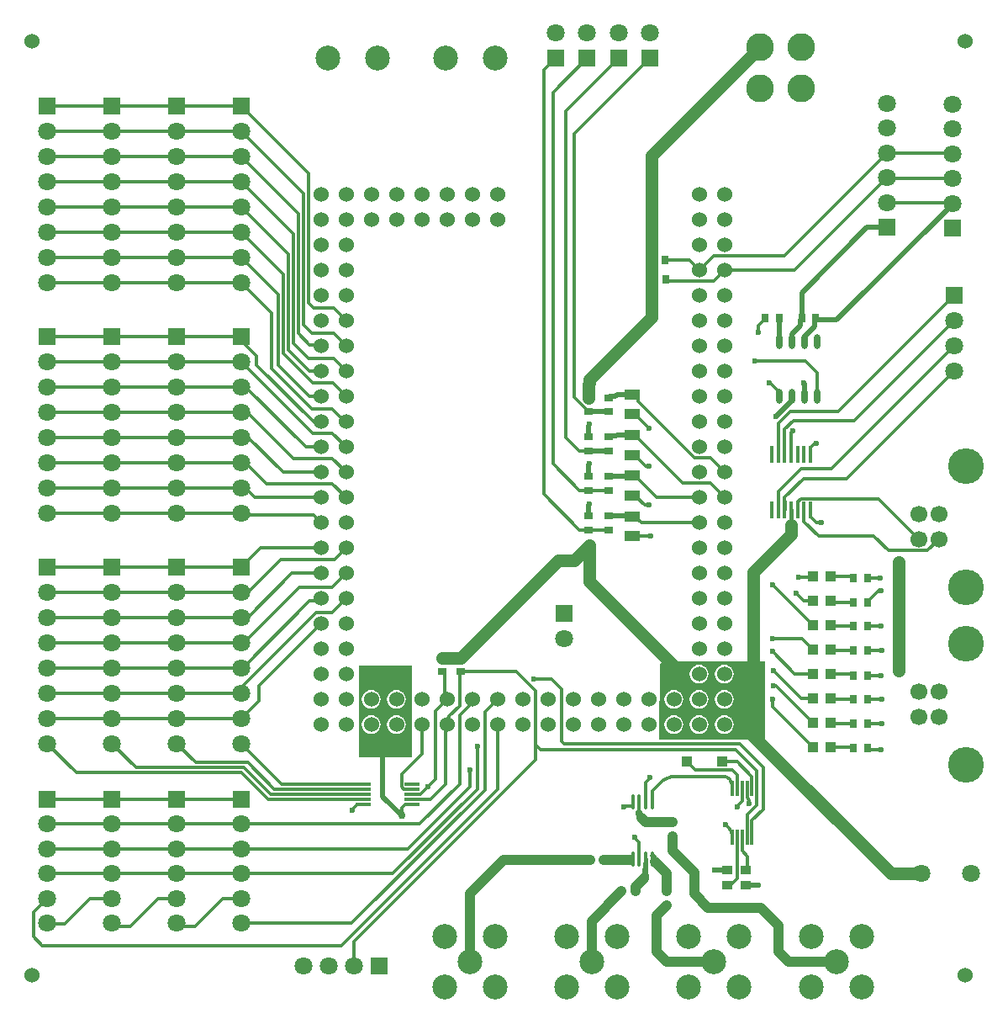
<source format=gtl>
G04*
G04 #@! TF.GenerationSoftware,Altium Limited,Altium Designer,20.0.2 (26)*
G04*
G04 Layer_Physical_Order=1*
G04 Layer_Color=255*
%FSLAX25Y25*%
%MOIN*%
G70*
G01*
G75*
%ADD14C,0.01200*%
%ADD41C,0.03937*%
%ADD42C,0.02756*%
%ADD43R,0.04300X0.03900*%
%ADD44R,0.03150X0.03543*%
%ADD45R,0.03543X0.03150*%
%ADD46R,0.06102X0.03937*%
%ADD47O,0.02362X0.05976*%
%ADD48R,0.01575X0.06693*%
%ADD49R,0.01200X0.05906*%
%ADD50R,0.03937X0.03543*%
%ADD51R,0.03937X0.03543*%
%ADD52O,0.01575X0.05894*%
%ADD53O,0.01575X0.05894*%
%ADD54R,0.05906X0.01200*%
%ADD55R,0.05906X0.01200*%
%ADD56C,0.05000*%
%ADD57C,0.01500*%
%ADD58C,0.02000*%
%ADD59C,0.01968*%
%ADD60C,0.01654*%
%ADD61C,0.07087*%
%ADD62R,0.07087X0.07087*%
%ADD63C,0.09843*%
%ADD64C,0.06000*%
%ADD65R,0.07087X0.07087*%
%ADD66C,0.11024*%
%ADD67C,0.14173*%
%ADD68C,0.06693*%
%ADD69C,0.02362*%
%ADD70C,0.03000*%
G36*
X162500Y-295500D02*
X160500D01*
X141493Y-295500D01*
Y-259000D01*
X162500D01*
Y-295500D01*
D02*
G37*
G36*
X256500Y-343500D02*
X253595Y-342532D01*
X254122Y-340540D01*
X254500Y-336000D01*
X256000D01*
X256500Y-343500D01*
D02*
G37*
G36*
X302500Y-288000D02*
X302538Y-288038D01*
X302347Y-288500D01*
X260857D01*
X260506Y-288143D01*
X261000Y-258500D01*
X262000Y-257500D01*
X302500D01*
Y-288000D01*
D02*
G37*
%LPC*%
G36*
X156500Y-268768D02*
X155534Y-268895D01*
X154634Y-269268D01*
X153861Y-269861D01*
X153268Y-270634D01*
X152895Y-271534D01*
X152768Y-272500D01*
X152895Y-273466D01*
X153268Y-274366D01*
X153861Y-275139D01*
X154634Y-275732D01*
X155534Y-276105D01*
X156500Y-276232D01*
X157466Y-276105D01*
X158366Y-275732D01*
X159139Y-275139D01*
X159732Y-274366D01*
X160105Y-273466D01*
X160232Y-272500D01*
X160105Y-271534D01*
X159732Y-270634D01*
X159139Y-269861D01*
X158366Y-269268D01*
X157466Y-268895D01*
X156500Y-268768D01*
D02*
G37*
G36*
X146500D02*
X145534Y-268895D01*
X144634Y-269268D01*
X143861Y-269861D01*
X143268Y-270634D01*
X142895Y-271534D01*
X142768Y-272500D01*
X142895Y-273466D01*
X143268Y-274366D01*
X143861Y-275139D01*
X144634Y-275732D01*
X145534Y-276105D01*
X146500Y-276232D01*
X147466Y-276105D01*
X148366Y-275732D01*
X149139Y-275139D01*
X149732Y-274366D01*
X150105Y-273466D01*
X150232Y-272500D01*
X150105Y-271534D01*
X149732Y-270634D01*
X149139Y-269861D01*
X148366Y-269268D01*
X147466Y-268895D01*
X146500Y-268768D01*
D02*
G37*
G36*
X156500Y-278768D02*
X155534Y-278895D01*
X154634Y-279268D01*
X153861Y-279861D01*
X153268Y-280634D01*
X152895Y-281534D01*
X152768Y-282500D01*
X152895Y-283466D01*
X153268Y-284366D01*
X153861Y-285139D01*
X154634Y-285732D01*
X155534Y-286105D01*
X156500Y-286232D01*
X157466Y-286105D01*
X158366Y-285732D01*
X159139Y-285139D01*
X159732Y-284366D01*
X160105Y-283466D01*
X160232Y-282500D01*
X160105Y-281534D01*
X159732Y-280634D01*
X159139Y-279861D01*
X158366Y-279268D01*
X157466Y-278895D01*
X156500Y-278768D01*
D02*
G37*
G36*
X146500D02*
X145534Y-278895D01*
X144634Y-279268D01*
X143861Y-279861D01*
X143268Y-280634D01*
X142895Y-281534D01*
X142768Y-282500D01*
X142895Y-283466D01*
X143268Y-284366D01*
X143861Y-285139D01*
X144634Y-285732D01*
X145534Y-286105D01*
X146500Y-286232D01*
X147466Y-286105D01*
X148366Y-285732D01*
X149139Y-285139D01*
X149732Y-284366D01*
X150105Y-283466D01*
X150232Y-282500D01*
X150105Y-281534D01*
X149732Y-280634D01*
X149139Y-279861D01*
X148366Y-279268D01*
X147466Y-278895D01*
X146500Y-278768D01*
D02*
G37*
G36*
X286500Y-258768D02*
X285534Y-258895D01*
X284634Y-259268D01*
X283861Y-259861D01*
X283268Y-260634D01*
X282895Y-261534D01*
X282768Y-262500D01*
X282895Y-263466D01*
X283268Y-264366D01*
X283861Y-265139D01*
X284634Y-265732D01*
X285534Y-266105D01*
X286500Y-266232D01*
X287466Y-266105D01*
X288366Y-265732D01*
X289139Y-265139D01*
X289732Y-264366D01*
X290105Y-263466D01*
X290232Y-262500D01*
X290105Y-261534D01*
X289732Y-260634D01*
X289139Y-259861D01*
X288366Y-259268D01*
X287466Y-258895D01*
X286500Y-258768D01*
D02*
G37*
G36*
X276500D02*
X275534Y-258895D01*
X274634Y-259268D01*
X273861Y-259861D01*
X273268Y-260634D01*
X272895Y-261534D01*
X272768Y-262500D01*
X272895Y-263466D01*
X273268Y-264366D01*
X273861Y-265139D01*
X274634Y-265732D01*
X275534Y-266105D01*
X276500Y-266232D01*
X277466Y-266105D01*
X278366Y-265732D01*
X279139Y-265139D01*
X279732Y-264366D01*
X280105Y-263466D01*
X280232Y-262500D01*
X280105Y-261534D01*
X279732Y-260634D01*
X279139Y-259861D01*
X278366Y-259268D01*
X277466Y-258895D01*
X276500Y-258768D01*
D02*
G37*
G36*
X286500Y-268768D02*
X285534Y-268895D01*
X284634Y-269268D01*
X283861Y-269861D01*
X283268Y-270634D01*
X282895Y-271534D01*
X282768Y-272500D01*
X282895Y-273466D01*
X283268Y-274366D01*
X283861Y-275139D01*
X284634Y-275732D01*
X285534Y-276105D01*
X286500Y-276232D01*
X287466Y-276105D01*
X288366Y-275732D01*
X289139Y-275139D01*
X289732Y-274366D01*
X290105Y-273466D01*
X290232Y-272500D01*
X290105Y-271534D01*
X289732Y-270634D01*
X289139Y-269861D01*
X288366Y-269268D01*
X287466Y-268895D01*
X286500Y-268768D01*
D02*
G37*
G36*
X276500D02*
X275534Y-268895D01*
X274634Y-269268D01*
X273861Y-269861D01*
X273268Y-270634D01*
X272895Y-271534D01*
X272768Y-272500D01*
X272895Y-273466D01*
X273268Y-274366D01*
X273861Y-275139D01*
X274634Y-275732D01*
X275534Y-276105D01*
X276500Y-276232D01*
X277466Y-276105D01*
X278366Y-275732D01*
X279139Y-275139D01*
X279732Y-274366D01*
X280105Y-273466D01*
X280232Y-272500D01*
X280105Y-271534D01*
X279732Y-270634D01*
X279139Y-269861D01*
X278366Y-269268D01*
X277466Y-268895D01*
X276500Y-268768D01*
D02*
G37*
G36*
X266500D02*
X265534Y-268895D01*
X264634Y-269268D01*
X263861Y-269861D01*
X263268Y-270634D01*
X262895Y-271534D01*
X262768Y-272500D01*
X262895Y-273466D01*
X263268Y-274366D01*
X263861Y-275139D01*
X264634Y-275732D01*
X265534Y-276105D01*
X266500Y-276232D01*
X267466Y-276105D01*
X268366Y-275732D01*
X269139Y-275139D01*
X269732Y-274366D01*
X270105Y-273466D01*
X270232Y-272500D01*
X270105Y-271534D01*
X269732Y-270634D01*
X269139Y-269861D01*
X268366Y-269268D01*
X267466Y-268895D01*
X266500Y-268768D01*
D02*
G37*
G36*
X286500Y-278768D02*
X285534Y-278895D01*
X284634Y-279268D01*
X283861Y-279861D01*
X283268Y-280634D01*
X282895Y-281534D01*
X282768Y-282500D01*
X282895Y-283466D01*
X283268Y-284366D01*
X283861Y-285139D01*
X284634Y-285732D01*
X285534Y-286105D01*
X286500Y-286232D01*
X287466Y-286105D01*
X288366Y-285732D01*
X289139Y-285139D01*
X289732Y-284366D01*
X290105Y-283466D01*
X290232Y-282500D01*
X290105Y-281534D01*
X289732Y-280634D01*
X289139Y-279861D01*
X288366Y-279268D01*
X287466Y-278895D01*
X286500Y-278768D01*
D02*
G37*
G36*
X276500D02*
X275534Y-278895D01*
X274634Y-279268D01*
X273861Y-279861D01*
X273268Y-280634D01*
X272895Y-281534D01*
X272768Y-282500D01*
X272895Y-283466D01*
X273268Y-284366D01*
X273861Y-285139D01*
X274634Y-285732D01*
X275534Y-286105D01*
X276500Y-286232D01*
X277466Y-286105D01*
X278366Y-285732D01*
X279139Y-285139D01*
X279732Y-284366D01*
X280105Y-283466D01*
X280232Y-282500D01*
X280105Y-281534D01*
X279732Y-280634D01*
X279139Y-279861D01*
X278366Y-279268D01*
X277466Y-278895D01*
X276500Y-278768D01*
D02*
G37*
G36*
X266500D02*
X265534Y-278895D01*
X264634Y-279268D01*
X263861Y-279861D01*
X263268Y-280634D01*
X262895Y-281534D01*
X262768Y-282500D01*
X262895Y-283466D01*
X263268Y-284366D01*
X263861Y-285139D01*
X264634Y-285732D01*
X265534Y-286105D01*
X266500Y-286232D01*
X267466Y-286105D01*
X268366Y-285732D01*
X269139Y-285139D01*
X269732Y-284366D01*
X270105Y-283466D01*
X270232Y-282500D01*
X270105Y-281534D01*
X269732Y-280634D01*
X269139Y-279861D01*
X268366Y-279268D01*
X267466Y-278895D01*
X266500Y-278768D01*
D02*
G37*
%LPD*%
D14*
X289563Y-327150D02*
X289486Y-326173D01*
X289257Y-325220D01*
X288882Y-324315D01*
X288370Y-323479D01*
X287734Y-322734D01*
X250160Y-335917D02*
X250000Y-336304D01*
X288500Y-304000D02*
X287793Y-303457D01*
X286969Y-303116D01*
X286086Y-303000D01*
X289563Y-306566D02*
X289439Y-305627D01*
X289077Y-304752D01*
X288500Y-304000D01*
X267642Y-303000D02*
X266662Y-303048D01*
X265691Y-303192D01*
X264739Y-303431D01*
X263815Y-303761D01*
X262928Y-304181D01*
X262086Y-304685D01*
X261298Y-305270D01*
X260571Y-305929D01*
X258499Y-308001D02*
X258011Y-308732D01*
X257840Y-309593D01*
X258500Y-308000D02*
X258499Y-308001D01*
X275000Y-300500D02*
X289500D01*
X271500Y-297000D02*
X275000Y-300500D01*
X291000Y-292500D02*
X299237Y-300737D01*
X213500Y-292500D02*
X291000Y-292500D01*
X211500Y-290500D02*
X213500Y-292500D01*
X223000Y-290000D02*
X292500D01*
X222000Y-289000D02*
X223000Y-290000D01*
X292500D02*
X302003Y-299503D01*
X165931Y-310000D02*
X168965Y-306965D01*
X172000Y-303931D01*
X175500Y-271500D02*
Y-261500D01*
X291532Y-307850D02*
Y-302526D01*
X289503Y-300497D02*
X291532Y-302526D01*
X289500Y-300500D02*
X289503Y-300497D01*
X287500Y-297000D02*
X291500D01*
X297437Y-302937D01*
Y-307850D02*
Y-302937D01*
X296250Y-313750D02*
X296500Y-314000D01*
X296250Y-313750D02*
Y-312292D01*
X295469Y-311511D02*
X296250Y-312292D01*
X295469Y-311511D02*
Y-307850D01*
X246852Y-314648D02*
X250160D01*
X343054Y-292000D02*
X343554Y-292500D01*
X287000Y-322000D02*
X287734Y-322734D01*
X293500Y-312784D02*
Y-307850D01*
X291500Y-314784D02*
X293500Y-312784D01*
X291500Y-315000D02*
Y-314784D01*
X299237Y-314425D02*
Y-300737D01*
X302003Y-315997D02*
Y-299503D01*
X297437Y-320563D02*
X302003Y-315997D01*
X295469Y-318193D02*
X299237Y-314425D01*
X295469Y-327150D02*
Y-318193D01*
X185500Y-307000D02*
Y-300316D01*
X160807Y-331693D02*
X185500Y-307000D01*
X154964Y-341536D02*
X188500Y-308000D01*
Y-291000D01*
X191500Y-277500D02*
X196500Y-272500D01*
X138779Y-361221D02*
X191500Y-308500D01*
Y-277500D01*
X196041Y-282959D02*
X196500Y-283418D01*
Y-308000D02*
Y-283418D01*
X134500Y-370000D02*
X196500Y-308000D01*
X94994Y-331693D02*
X160807D01*
X94994Y-341536D02*
X154964D01*
X94994Y-361221D02*
X138779D01*
X16000Y-370000D02*
X134500D01*
X12500Y-366500D02*
X16000Y-370000D01*
X12500Y-366500D02*
Y-356872D01*
X17994Y-351378D01*
X35122D02*
X43661D01*
X211500Y-296453D02*
Y-290500D01*
X181500Y-262000D02*
X182000Y-261500D01*
X181500Y-275000D02*
Y-262000D01*
X177418Y-279082D02*
X181500Y-275000D01*
X176500Y-282500D02*
X177418Y-281582D01*
Y-279082D01*
X181500Y-278799D02*
X186500Y-273799D01*
X181500Y-306000D02*
Y-278799D01*
X165649Y-321851D02*
X181500Y-306000D01*
X186500Y-273799D02*
Y-272500D01*
X94994Y-321851D02*
X165649D01*
X139000Y-315934D02*
X140997Y-313937D01*
X69327Y-361221D02*
X70454Y-362347D01*
X74447D01*
X74599Y-362500D01*
X76500D01*
X87622Y-351378D01*
X94994D01*
X43661Y-361221D02*
X44787Y-362347D01*
X48780D01*
X48933Y-362500D01*
X51000D01*
X62122Y-351378D02*
X69327D01*
X51000Y-362500D02*
X62122Y-351378D01*
X17994Y-361221D02*
X18273Y-361500D01*
X25000D01*
X35122Y-351378D01*
X69327Y-341536D02*
X94994D01*
X43661D02*
X69327D01*
X17994D02*
X43661D01*
X69327Y-331693D02*
X94994D01*
X43661D02*
X69327D01*
X17994D02*
X43661D01*
X69327Y-321851D02*
X94994D01*
X43661D02*
X69327D01*
X17994D02*
X43661D01*
X69333Y-312000D02*
X95000D01*
X43667D02*
X69333D01*
X18000D02*
X43667D01*
X136000Y-162500D02*
X136500D01*
X131000Y-157500D02*
X136000Y-162500D01*
X107000Y-141500D02*
X123000Y-157500D01*
X131000D01*
X123500Y-162500D02*
X126500D01*
X95000Y-107500D02*
X107000Y-119500D01*
Y-141500D02*
Y-119500D01*
X101000Y-140000D02*
X123500Y-162500D01*
X101000Y-140000D02*
Y-136500D01*
X122000Y-152500D02*
X126500D01*
X109500Y-140000D02*
X122000Y-152500D01*
X95000Y-97500D02*
X109500Y-112000D01*
Y-140000D02*
Y-112000D01*
X131250Y-147250D02*
X136500Y-152500D01*
X111500Y-135500D02*
X123250Y-147250D01*
X131250D01*
X111500Y-135500D02*
Y-104000D01*
X95000Y-87500D02*
X111500Y-104000D01*
X122000Y-142500D02*
X126500D01*
X95000Y-77500D02*
X113500Y-96000D01*
Y-134000D02*
Y-96000D01*
Y-134000D02*
X122000Y-142500D01*
X131500Y-137500D02*
X136500Y-142500D01*
X121500Y-137500D02*
X131500D01*
X115500Y-131500D02*
X121500Y-137500D01*
X115500Y-131500D02*
Y-88000D01*
X95000Y-67500D02*
X115500Y-88000D01*
X126000Y-132000D02*
X126500Y-132500D01*
X122000Y-132000D02*
X126000D01*
X117500Y-127500D02*
Y-80000D01*
Y-127500D02*
X122000Y-132000D01*
X95000Y-57500D02*
X117500Y-80000D01*
X131500Y-127500D02*
X136500Y-132500D01*
X123000Y-127500D02*
X131500D01*
X119500Y-124000D02*
X123000Y-127500D01*
X121500Y-115500D02*
X123500Y-117500D01*
X131500D01*
X136500Y-122500D01*
X95000Y-47500D02*
X119500Y-72000D01*
Y-124000D02*
Y-72000D01*
X121500Y-115500D02*
Y-64000D01*
X95000Y-37500D02*
X121500Y-64000D01*
X95000Y-130500D02*
X101000Y-136500D01*
X95000Y-130500D02*
Y-128750D01*
X105468Y-311968D02*
X143350D01*
X95000Y-301500D02*
X105468Y-311968D01*
X29500Y-301500D02*
X95000D01*
X106500Y-310000D02*
X143350D01*
X96000Y-299500D02*
X106500Y-310000D01*
X53167Y-299500D02*
X96000D01*
X108031Y-308031D02*
X143350D01*
X97500Y-297500D02*
X108031Y-308031D01*
X76833Y-297500D02*
X97500D01*
X69333Y-290000D02*
X76833Y-297500D01*
X43667Y-290000D02*
X53167Y-299500D01*
X18000Y-290000D02*
X29500Y-301500D01*
X252720Y-317500D02*
Y-313083D01*
X264056Y-106800D02*
X282200D01*
X263256Y-106000D02*
X264056Y-106800D01*
X282200D02*
X286500Y-102500D01*
X272500Y-98500D02*
X276500Y-102500D01*
X282200Y-96800D01*
X263000Y-98500D02*
X272500D01*
X232500Y-189670D02*
X232500Y-189671D01*
X240500D01*
X240500Y-189671D01*
X246500Y-315000D02*
X246852Y-314648D01*
X250160D02*
Y-313083D01*
X300000Y-127000D02*
Y-124441D01*
X302744Y-121697D02*
Y-121500D01*
X300000Y-124441D02*
X302744Y-121697D01*
X256500Y-165000D02*
Y-164973D01*
X250000Y-159556D02*
X251083D01*
X256500Y-164973D01*
X255442Y-180000D02*
X256500D01*
X250000Y-175641D02*
X251083D01*
X255442Y-180000D01*
X254857Y-195500D02*
X256500D01*
X250000Y-191726D02*
X251083D01*
X254857Y-195500D01*
X250000Y-207811D02*
X257311D01*
X166500Y-294000D02*
Y-282500D01*
X158497Y-302003D02*
X166500Y-294000D01*
X158497Y-307160D02*
Y-302003D01*
Y-307160D02*
X159368Y-308031D01*
X162650D01*
X343554Y-292500D02*
X348500D01*
X343054Y-292000D02*
X343256Y-291798D01*
Y-282083D02*
X348917D01*
X343256Y-272500D02*
X349000D01*
X343256Y-263000D02*
X348500D01*
X343256Y-253000D02*
X349000D01*
X343256Y-243500D02*
X348500D01*
X347571Y-229500D02*
X348500D01*
X343256Y-234012D02*
Y-233815D01*
X347571Y-229500D01*
X343256Y-224298D02*
X348202D01*
X328840Y-243500D02*
X337744D01*
X328476Y-243136D02*
X328840Y-243500D01*
X328697Y-253000D02*
X337744D01*
X328476Y-252779D02*
X328697Y-253000D01*
X336384Y-262422D02*
X336962Y-263000D01*
X328476Y-262422D02*
X337166D01*
X328911Y-272500D02*
X337744D01*
X328476Y-272065D02*
X328911Y-272500D01*
X328476Y-291350D02*
X328529Y-291298D01*
X337744D01*
X328476Y-281708D02*
X328852Y-282083D01*
X337744D01*
X328476Y-233493D02*
X328995Y-234012D01*
X337744D01*
X328476Y-223850D02*
X328529Y-223798D01*
X337744D01*
X305500Y-275274D02*
Y-272500D01*
Y-275274D02*
X321576Y-291350D01*
X321776D01*
X306000Y-267000D02*
X306868D01*
X321576Y-281708D02*
X321776D01*
X306868Y-267000D02*
X321576Y-281708D01*
X306000Y-261000D02*
X317065Y-272065D01*
X321776D01*
X305500Y-253500D02*
X314422Y-262422D01*
X321776D01*
X305500Y-248500D02*
X317297D01*
X321576Y-252779D01*
X321776D01*
X305500Y-227060D02*
Y-227000D01*
Y-227060D02*
X321576Y-243136D01*
X321776D01*
X315000Y-230500D02*
X317993Y-233493D01*
X321776D01*
Y-243136D02*
Y-242276D01*
X321626Y-224000D02*
X321776Y-223850D01*
X316000Y-224000D02*
X321626D01*
X318118Y-201967D02*
X323918Y-207768D01*
X345770D01*
X351570Y-213568D01*
X366955D01*
X168965Y-306965D02*
X169000Y-307000D01*
X211500Y-290500D02*
Y-269000D01*
X139500Y-378000D02*
Y-368454D01*
X211500Y-296453D01*
X211000Y-264500D02*
X218000D01*
X222000Y-289000D02*
Y-268500D01*
X218000Y-264500D02*
X222000Y-268500D01*
X204000Y-261500D02*
X211500Y-269000D01*
X182000Y-261500D02*
X204000D01*
X297437Y-327150D02*
Y-320563D01*
X175920Y-283080D02*
X176500Y-282500D01*
X139000Y-316500D02*
Y-315934D01*
X140997Y-313937D02*
X143350D01*
X111063Y-306063D02*
X143350D01*
X95000Y-290000D02*
X111063Y-306063D01*
X174500Y-261500D02*
X175500D01*
Y-271500D02*
X176500Y-272500D01*
X172000Y-277000D02*
X176500Y-272500D01*
X172000Y-303931D02*
Y-277000D01*
X162650Y-310000D02*
X165931D01*
X175920Y-306080D02*
Y-283080D01*
X170032Y-311968D02*
X175920Y-306080D01*
X162650Y-311968D02*
X170032D01*
X310441Y-165559D02*
X314000Y-162000D01*
X310441Y-175476D02*
Y-165559D01*
X307882Y-175476D02*
Y-163118D01*
X312500Y-158500D01*
X338000Y-162000D02*
X377500Y-122500D01*
X314000Y-162000D02*
X338000D01*
X312500Y-158500D02*
X331500D01*
X377500Y-112500D01*
X307882Y-175476D02*
X307882Y-175476D01*
X298500Y-138500D02*
X318500D01*
X323150Y-143150D01*
Y-152413D02*
Y-143150D01*
X323094Y-202500D02*
X325000D01*
X320677Y-200083D02*
Y-197524D01*
Y-200083D02*
X323094Y-202500D01*
X376000Y-144000D02*
Y-142500D01*
X318000Y-185000D02*
X335000D01*
X310441Y-192559D02*
X318000Y-185000D01*
X310441Y-197524D02*
Y-192559D01*
X335000Y-185000D02*
X376000Y-144000D01*
X329000Y-181000D02*
X375577Y-134423D01*
X316954Y-181000D02*
X329000D01*
X307882Y-190073D02*
X316954Y-181000D01*
X375500Y-132500D02*
X377500D01*
X375500D02*
X375577Y-132577D01*
X307882Y-197524D02*
Y-190073D01*
X375577Y-134423D02*
Y-132577D01*
X310441Y-197524D02*
X310628Y-197336D01*
Y-194064D01*
X316834Y-192977D02*
X347784D01*
X315746Y-194064D02*
X316834Y-192977D01*
X315746Y-197524D02*
Y-194064D01*
X313000Y-166744D02*
X313744Y-166000D01*
X313000Y-175476D02*
Y-166744D01*
X347784Y-192977D02*
X363728Y-208921D01*
X318118Y-201967D02*
Y-197524D01*
X366955Y-213568D02*
X371602Y-208921D01*
X322778Y-171222D02*
X323000Y-171000D01*
X322372Y-171222D02*
X322778D01*
X320677Y-172917D02*
X322372Y-171222D01*
X320677Y-175476D02*
Y-172917D01*
X255280Y-313083D02*
Y-305535D01*
X257000Y-303815D01*
Y-303500D01*
X252720Y-335917D02*
Y-329034D01*
X251000Y-327314D02*
X252720Y-329034D01*
X251000Y-327314D02*
Y-327000D01*
X291532Y-343574D02*
Y-327150D01*
X288535Y-346571D02*
X291532Y-343574D01*
X293500Y-332500D02*
Y-327150D01*
X295661Y-340429D02*
Y-334661D01*
X293500Y-332500D02*
X295661Y-334661D01*
X288339Y-346571D02*
X288535D01*
X267642Y-303000D02*
X286086D01*
X289563Y-307850D02*
Y-306566D01*
X258500Y-308000D02*
X260571Y-305929D01*
X258499Y-308001D02*
X258500Y-308000D01*
X257840Y-313083D02*
Y-309593D01*
X69333Y-280000D02*
X95000D01*
X43667D02*
X69333D01*
X18000D02*
X43667D01*
X69333Y-270000D02*
X95000D01*
X43667D02*
X69333D01*
X18000D02*
X43667D01*
X69333Y-260000D02*
X95000D01*
X43667D02*
X69333D01*
X18000D02*
X43667D01*
X69333Y-250000D02*
X95000D01*
X43667D02*
X69333D01*
X18000D02*
X43667D01*
X69333Y-240000D02*
X95000D01*
X43667D02*
X69333D01*
X18000D02*
X43667D01*
X69333Y-230000D02*
X95000D01*
X43667D02*
X69333D01*
X18000D02*
X43667D01*
X69333Y-220000D02*
X95000D01*
X43667D02*
X69333D01*
X18000D02*
X43667D01*
X69333Y-198750D02*
X95000D01*
X43667D02*
X69333D01*
X18000D02*
X43667D01*
X69333Y-188750D02*
X95000D01*
X43667D02*
X69333D01*
X18000D02*
X43667D01*
X69333Y-178750D02*
X95000D01*
X43667D02*
X69333D01*
X18000D02*
X43667D01*
X69333Y-168750D02*
X95000D01*
X43667D02*
X69333D01*
X18000D02*
X43667D01*
X69333Y-158750D02*
X95000D01*
X43667D02*
X69333D01*
X18000D02*
X43667D01*
X69333Y-148750D02*
X95000D01*
X43667D02*
X69333D01*
X18000D02*
X43667D01*
X69333Y-138750D02*
X95000D01*
X43667D02*
X69333D01*
X18000D02*
X43667D01*
X69333Y-128750D02*
X95000D01*
X43667D02*
X69333D01*
X18000D02*
X43667D01*
X69333Y-107500D02*
X95000D01*
X43667D02*
X69333D01*
X18000D02*
X43667D01*
X69333Y-97500D02*
X95000D01*
X43667D02*
X69333D01*
X18000D02*
X43667D01*
X69333Y-87500D02*
X95000D01*
X43667D02*
X69333D01*
X18000D02*
X43667D01*
X69333Y-77500D02*
X95000D01*
X43667D02*
X69333D01*
X18000D02*
X43667D01*
X69333Y-67500D02*
X95000D01*
X43667D02*
X69333D01*
X18000D02*
X43667D01*
X69333Y-57500D02*
X95000D01*
X43667D02*
X69333D01*
X18000D02*
X43667D01*
X69333Y-47500D02*
X95000D01*
X43667D02*
X69333D01*
X18000D02*
X43667D01*
X69333Y-37500D02*
X95000D01*
X43667D02*
X69333D01*
X18000D02*
X43667D01*
X304244Y-147222D02*
X304765D01*
X308150Y-150607D01*
Y-152413D02*
Y-150607D01*
X351000Y-75685D02*
X351171Y-75856D01*
X376939D01*
X377110Y-76027D01*
X351000Y-65843D02*
X351171Y-66014D01*
X376939D01*
X377110Y-66185D01*
X351000Y-56000D02*
X351171Y-56171D01*
X376939D01*
X377110Y-56342D01*
X310200Y-96800D02*
X351000Y-56000D01*
X282200Y-96800D02*
X310200D01*
X286500Y-102500D02*
X314343D01*
X351000Y-65843D01*
X227000Y-152803D02*
X232697Y-158500D01*
X227000Y-48539D02*
X257000Y-18539D01*
X227000Y-152803D02*
Y-48539D01*
X223500Y-39539D02*
X244500Y-18539D01*
X223500Y-168657D02*
Y-39539D01*
Y-168657D02*
X228928Y-174085D01*
X218500Y-32039D02*
X232000Y-18539D01*
X218500Y-32039D02*
X218500Y-179242D01*
X228928Y-189670D01*
X214860Y-191187D02*
Y-23179D01*
Y-191187D02*
X228928Y-205256D01*
X214860Y-23179D02*
X219500Y-18539D01*
X240500Y-205256D02*
X240500Y-205256D01*
X232500Y-205256D02*
X240500D01*
X232500Y-205256D02*
X232500Y-205256D01*
X232500Y-158500D02*
X232697D01*
X250000Y-199937D02*
X251083D01*
X253645Y-202500D01*
X276500D01*
X250000Y-167767D02*
X251083D01*
X270116Y-186800D01*
X280800D01*
X286500Y-192500D01*
X228928Y-189670D02*
X232500D01*
X250000Y-151682D02*
X251083D01*
X252451Y-153050D01*
Y-154532D02*
Y-153050D01*
Y-154532D02*
X274719Y-176800D01*
X280800D02*
X286500Y-182500D01*
X274719Y-176800D02*
X280800D01*
X228928Y-174085D02*
X232500D01*
X250000Y-183852D02*
X251083D01*
X259731Y-192500D01*
X276500D01*
X228928Y-205256D02*
X232500D01*
X158500Y-318500D02*
Y-315500D01*
X160063Y-313937D01*
X162650D01*
X165000D01*
X102500Y-212500D02*
X126500D01*
X95000Y-220000D02*
X102500Y-212500D01*
X102000Y-267000D02*
X126500Y-242500D01*
X102000Y-273000D02*
Y-267000D01*
X95000Y-280000D02*
X102000Y-273000D01*
X131000Y-238000D02*
X136500Y-232500D01*
X124636Y-238000D02*
X131000D01*
X95000Y-267636D02*
X124636Y-238000D01*
X95000Y-270000D02*
Y-267636D01*
X118000Y-228000D02*
X131000D01*
X96000Y-250000D02*
X118000Y-228000D01*
X95000Y-250000D02*
X96000D01*
X115000Y-222500D02*
X126500D01*
X97500Y-240000D02*
X115000Y-222500D01*
X95000Y-240000D02*
X97500D01*
X132000Y-217000D02*
X136500Y-212500D01*
X110500Y-217000D02*
X132000D01*
X97500Y-230000D02*
X110500Y-217000D01*
X95000Y-230000D02*
X97500D01*
X95000Y-260000D02*
X95464D01*
X122008Y-233457D01*
X125543D01*
X126500Y-232500D01*
X131000Y-228000D02*
X136500Y-222500D01*
X123500Y-199500D02*
X126500Y-202500D01*
X95750Y-199500D02*
X123500D01*
X95000Y-198750D02*
X95750Y-199500D01*
X120500Y-172500D02*
X126500D01*
X96750Y-148750D02*
X120500Y-172500D01*
X95000Y-148750D02*
X96750D01*
X105000Y-187000D02*
X131000D01*
X96750Y-178750D02*
X105000Y-187000D01*
X95000Y-178750D02*
X96750D01*
X111500Y-182500D02*
X126500D01*
X97750Y-168750D02*
X111500Y-182500D01*
X95000Y-168750D02*
X97750D01*
X115500Y-177000D02*
X131000D01*
X97250Y-158750D02*
X115500Y-177000D01*
X95000Y-158750D02*
X97250D01*
X131000Y-177000D02*
X136500Y-182500D01*
X95000Y-188750D02*
X96546D01*
X100296Y-192500D01*
X126500D01*
X131000Y-187000D02*
X136500Y-192500D01*
X95000Y-138750D02*
X123250Y-167000D01*
X131000D01*
X136500Y-172500D01*
D41*
X254501Y-320501D02*
X255325Y-321051D01*
X256297Y-321244D01*
X254500Y-320500D02*
X254501Y-320501D01*
X263500Y-376500D02*
X282459D01*
X259500Y-372500D02*
X263500Y-376500D01*
X259500Y-372500D02*
Y-358012D01*
X263500Y-354012D01*
X266000Y-332500D02*
X274500Y-341000D01*
Y-349500D02*
Y-341000D01*
Y-349500D02*
X280000Y-355000D01*
X308000Y-372500D02*
Y-362000D01*
X301000Y-355000D02*
X308000Y-362000D01*
X280000Y-355000D02*
X301000D01*
X312000Y-376500D02*
X330938D01*
X308000Y-372500D02*
X312000Y-376500D01*
X266000Y-332500D02*
Y-326756D01*
X254500Y-320500D02*
X254501Y-320501D01*
X253583Y-319583D02*
X254500Y-320500D01*
X256297Y-321244D02*
X266000D01*
X263500Y-348500D02*
Y-341374D01*
X259000Y-336874D02*
X263500Y-341374D01*
X251256Y-346744D02*
X254500Y-343500D01*
X251256Y-348500D02*
Y-346744D01*
X233979Y-376500D02*
Y-360265D01*
X245744Y-348500D01*
X238756Y-336000D02*
X249000D01*
X199000D02*
X233244D01*
X185500Y-376500D02*
Y-349500D01*
X199000Y-336000D01*
D42*
X252720Y-317500D02*
X252944Y-318627D01*
X253583Y-319583D01*
D43*
X285500Y-297000D02*
D03*
X271500D02*
D03*
X321776Y-233493D02*
D03*
X328476D02*
D03*
X321776Y-291350D02*
D03*
X328476D02*
D03*
X321776Y-281708D02*
D03*
X328476D02*
D03*
X321776Y-272065D02*
D03*
X328476D02*
D03*
X321776Y-262422D02*
D03*
X328476D02*
D03*
X321776Y-252779D02*
D03*
X328476D02*
D03*
X321776Y-243136D02*
D03*
X328476D02*
D03*
X321776Y-223850D02*
D03*
X328476D02*
D03*
D44*
X343256Y-291798D02*
D03*
X337745D02*
D03*
X343256Y-282083D02*
D03*
X337745D02*
D03*
X343256Y-272500D02*
D03*
X337745D02*
D03*
X343256Y-263000D02*
D03*
X337745D02*
D03*
X343256Y-253000D02*
D03*
X337745D02*
D03*
X343256Y-243500D02*
D03*
X337745D02*
D03*
X343256Y-234012D02*
D03*
X337745D02*
D03*
X343256Y-224298D02*
D03*
X337745D02*
D03*
X263255Y-106000D02*
D03*
X257744D02*
D03*
X263000Y-98500D02*
D03*
X257488D02*
D03*
X322755Y-121500D02*
D03*
X317244D02*
D03*
X308255D02*
D03*
X302744D02*
D03*
X245744Y-348500D02*
D03*
X251255D02*
D03*
X238756Y-336000D02*
D03*
X233245D02*
D03*
D45*
X240500Y-199745D02*
D03*
Y-205256D02*
D03*
X232500Y-205255D02*
D03*
Y-199744D02*
D03*
X240500Y-184160D02*
D03*
Y-189671D02*
D03*
X232500Y-189670D02*
D03*
Y-184159D02*
D03*
X240500Y-168574D02*
D03*
Y-174086D02*
D03*
X232500Y-174085D02*
D03*
Y-168573D02*
D03*
X240500Y-152989D02*
D03*
Y-158501D02*
D03*
X232500Y-158500D02*
D03*
Y-152988D02*
D03*
X182000Y-261500D02*
D03*
Y-255988D02*
D03*
X174500D02*
D03*
Y-261500D02*
D03*
X266000Y-326756D02*
D03*
Y-321245D02*
D03*
X263500Y-354012D02*
D03*
Y-348500D02*
D03*
D46*
X250000Y-199937D02*
D03*
Y-207811D02*
D03*
Y-183852D02*
D03*
Y-191726D02*
D03*
Y-167767D02*
D03*
Y-175641D02*
D03*
Y-151682D02*
D03*
Y-159556D02*
D03*
D47*
X323149Y-130839D02*
D03*
X318149D02*
D03*
X313149D02*
D03*
X308149D02*
D03*
X323149Y-152413D02*
D03*
X318149D02*
D03*
X313149D02*
D03*
X308149D02*
D03*
D48*
X320677Y-197524D02*
D03*
X318118Y-197524D02*
D03*
X315559D02*
D03*
X313000Y-197524D02*
D03*
X310441Y-197524D02*
D03*
X307882D02*
D03*
X305323Y-197523D02*
D03*
X305323Y-175476D02*
D03*
X307882D02*
D03*
X310441D02*
D03*
X313000Y-175476D02*
D03*
X315559Y-175476D02*
D03*
X318118D02*
D03*
X320677Y-175477D02*
D03*
D49*
X289563Y-327150D02*
D03*
X291532D02*
D03*
X293500D02*
D03*
X295469D02*
D03*
X297437D02*
D03*
Y-307850D02*
D03*
X295469D02*
D03*
X293500D02*
D03*
X291532D02*
D03*
X289563D02*
D03*
D50*
X287677Y-340000D02*
D03*
Y-346142D02*
D03*
D51*
X295000D02*
D03*
Y-340000D02*
D03*
D52*
X250160Y-335917D02*
D03*
X252720D02*
D03*
X255280D02*
D03*
X257840D02*
D03*
D53*
X250160Y-313083D02*
D03*
X252720D02*
D03*
X255280D02*
D03*
X257840D02*
D03*
D54*
X143350Y-313937D02*
D03*
Y-310000D02*
D03*
X162650Y-306063D02*
D03*
D55*
X143350Y-311968D02*
D03*
Y-308031D02*
D03*
Y-306063D02*
D03*
X162650Y-308031D02*
D03*
Y-310000D02*
D03*
Y-311968D02*
D03*
Y-313937D02*
D03*
D56*
X297000Y-286000D02*
X352500Y-341500D01*
X174500Y-256244D02*
X181744D01*
X233000Y-215500D02*
Y-211667D01*
X230000Y-214500D02*
X233000Y-211500D01*
Y-145750D02*
X257744Y-121006D01*
X298000Y-222000D02*
X313000Y-207000D01*
Y-203483D01*
X257488Y-106516D02*
Y-106000D01*
X355500Y-257500D02*
Y-226500D01*
X257488Y-57012D02*
X300500Y-14000D01*
X257488Y-98500D02*
Y-57012D01*
X257616Y-105872D02*
Y-98628D01*
X257488Y-98500D02*
X257616Y-98628D01*
X355500Y-222000D02*
Y-218000D01*
Y-226500D02*
Y-222000D01*
Y-261000D02*
Y-257500D01*
X182000Y-255988D02*
X220488Y-217500D01*
X181744Y-256244D02*
X182000Y-255988D01*
X352500Y-341500D02*
X364656D01*
X220488Y-217500D02*
X227000D01*
X298000Y-265000D02*
Y-222000D01*
X233000Y-219500D02*
Y-215500D01*
Y-225647D02*
Y-219500D01*
X227000Y-217500D02*
X230000Y-214500D01*
X232500Y-150293D02*
Y-147598D01*
Y-152988D02*
Y-150293D01*
X233000Y-225647D02*
X265677Y-258323D01*
X233000Y-147000D02*
Y-145750D01*
Y-147098D02*
Y-147000D01*
X232500Y-147598D02*
X233000Y-147098D01*
X257744Y-121006D02*
Y-106772D01*
X257488Y-106516D02*
X257744Y-106772D01*
X257488Y-106000D02*
X257616Y-105872D01*
D57*
X313000Y-204500D02*
Y-197524D01*
X313000Y-197524D01*
D58*
X151000Y-311000D02*
Y-290000D01*
Y-311000D02*
X158500Y-318500D01*
X313150Y-154220D02*
Y-152413D01*
X306870Y-160500D02*
X313150Y-154220D01*
X343000Y-85536D02*
X350994D01*
X316669Y-122075D02*
X317244Y-121500D01*
Y-111292D01*
X343000Y-85536D01*
X316669Y-124331D02*
Y-122075D01*
X313150Y-127850D02*
X316669Y-124331D01*
X313150Y-130839D02*
Y-127850D01*
X376500Y-76637D02*
Y-76027D01*
X322399Y-122053D02*
X331083D01*
X322399D02*
X322756Y-121697D01*
X322181Y-122272D02*
X322399Y-122053D01*
X322181Y-124820D02*
Y-122272D01*
X318150Y-128850D02*
X322181Y-124820D01*
X318150Y-130839D02*
Y-128850D01*
X331083Y-122053D02*
X376500Y-76637D01*
X308256Y-122218D02*
Y-121500D01*
X308202Y-122272D02*
X308256Y-122218D01*
X308202Y-130786D02*
Y-122272D01*
X308150Y-130839D02*
X308202Y-130786D01*
X322756Y-121697D02*
Y-121500D01*
X317953Y-147149D02*
Y-147051D01*
X282500Y-340000D02*
X287677D01*
X295000Y-346142D02*
X299858D01*
X300000Y-346000D01*
X317953Y-147149D02*
X318150Y-147346D01*
Y-152413D02*
Y-147346D01*
X232500Y-158500D02*
X240500D01*
X232500Y-158500D02*
X232500Y-158500D01*
X233000Y-163598D02*
Y-163500D01*
X232500Y-164098D02*
X233000Y-163598D01*
X232500Y-168574D02*
Y-164098D01*
X232931Y-195167D02*
Y-195069D01*
X232500Y-195598D02*
X232931Y-195167D01*
X232500Y-199744D02*
Y-195598D01*
X233000Y-179098D02*
Y-179000D01*
X232500Y-179598D02*
X233000Y-179098D01*
X232500Y-184159D02*
Y-179598D01*
X243949Y-167767D02*
X250000D01*
X243716Y-167999D02*
X243949Y-167767D01*
X241074Y-167999D02*
X243716D01*
X240500Y-168574D02*
X241074Y-167999D01*
X249904Y-199841D02*
X250000Y-199937D01*
X240597Y-199841D02*
X249904D01*
X240500Y-199744D02*
X240597Y-199841D01*
X243949Y-151682D02*
X250000D01*
X243216Y-152414D02*
X243949Y-151682D01*
X241074Y-152414D02*
X243216D01*
X240500Y-152989D02*
X241074Y-152414D01*
X240500Y-174085D02*
X240500Y-174086D01*
X232500Y-174085D02*
X240500D01*
X232500Y-174085D02*
X232500Y-174085D01*
X249846Y-184006D02*
X250000Y-183852D01*
X240653Y-184006D02*
X249846D01*
X240500Y-184159D02*
X240653Y-184006D01*
X195501Y-18501D02*
Y-18500D01*
X376152Y-85536D02*
X376494Y-85878D01*
X148843Y-20157D02*
Y-18500D01*
D59*
X259000Y-336874D02*
Y-335500D01*
X258000Y-334500D02*
X259000Y-335500D01*
D60*
X255280Y-342720D02*
Y-335917D01*
X254500Y-343500D02*
X255280Y-342720D01*
D61*
X223000Y-248500D02*
D03*
X17994Y-321851D02*
D03*
Y-331693D02*
D03*
Y-341536D02*
D03*
Y-351378D02*
D03*
Y-361221D02*
D03*
X94994D02*
D03*
Y-351378D02*
D03*
Y-341536D02*
D03*
Y-331693D02*
D03*
Y-321851D02*
D03*
X69327Y-361221D02*
D03*
Y-351378D02*
D03*
Y-341536D02*
D03*
Y-331693D02*
D03*
Y-321851D02*
D03*
X43661Y-361221D02*
D03*
Y-351378D02*
D03*
Y-341536D02*
D03*
Y-331693D02*
D03*
Y-321851D02*
D03*
X95000Y-230000D02*
D03*
Y-240000D02*
D03*
Y-250000D02*
D03*
Y-260000D02*
D03*
Y-270000D02*
D03*
Y-280000D02*
D03*
Y-290000D02*
D03*
X18000Y-230000D02*
D03*
Y-240000D02*
D03*
Y-250000D02*
D03*
Y-260000D02*
D03*
Y-270000D02*
D03*
Y-280000D02*
D03*
Y-290000D02*
D03*
X69333Y-230000D02*
D03*
Y-240000D02*
D03*
Y-250000D02*
D03*
Y-260000D02*
D03*
Y-270000D02*
D03*
Y-280000D02*
D03*
Y-290000D02*
D03*
X43667Y-230000D02*
D03*
Y-240000D02*
D03*
Y-250000D02*
D03*
Y-260000D02*
D03*
Y-270000D02*
D03*
Y-280000D02*
D03*
Y-290000D02*
D03*
X95000Y-138750D02*
D03*
Y-148750D02*
D03*
Y-158750D02*
D03*
Y-168750D02*
D03*
Y-178750D02*
D03*
Y-188750D02*
D03*
Y-198750D02*
D03*
X69333Y-138750D02*
D03*
Y-148750D02*
D03*
Y-158750D02*
D03*
Y-168750D02*
D03*
Y-178750D02*
D03*
Y-188750D02*
D03*
Y-198750D02*
D03*
X43667Y-138750D02*
D03*
Y-148750D02*
D03*
Y-158750D02*
D03*
Y-168750D02*
D03*
Y-178750D02*
D03*
Y-188750D02*
D03*
Y-198750D02*
D03*
X18000Y-138750D02*
D03*
Y-148750D02*
D03*
Y-158750D02*
D03*
Y-168750D02*
D03*
Y-178750D02*
D03*
Y-188750D02*
D03*
Y-198750D02*
D03*
X95000Y-47500D02*
D03*
Y-57500D02*
D03*
Y-67500D02*
D03*
Y-77500D02*
D03*
Y-87500D02*
D03*
Y-97500D02*
D03*
Y-107500D02*
D03*
X69333Y-47500D02*
D03*
Y-57500D02*
D03*
Y-67500D02*
D03*
Y-77500D02*
D03*
Y-87500D02*
D03*
Y-97500D02*
D03*
Y-107500D02*
D03*
X43667Y-47500D02*
D03*
Y-57500D02*
D03*
Y-67500D02*
D03*
Y-77500D02*
D03*
Y-87500D02*
D03*
Y-97500D02*
D03*
Y-107500D02*
D03*
X18000Y-47500D02*
D03*
Y-57500D02*
D03*
Y-67500D02*
D03*
Y-77500D02*
D03*
Y-87500D02*
D03*
Y-97500D02*
D03*
Y-107500D02*
D03*
X257000Y-8539D02*
D03*
X244500D02*
D03*
X232000D02*
D03*
X219500D02*
D03*
X377110Y-36657D02*
D03*
Y-46500D02*
D03*
Y-56342D02*
D03*
Y-66185D02*
D03*
Y-76027D02*
D03*
X351000Y-36315D02*
D03*
Y-46158D02*
D03*
Y-56000D02*
D03*
Y-65843D02*
D03*
Y-75685D02*
D03*
X377500Y-142500D02*
D03*
Y-132500D02*
D03*
Y-122500D02*
D03*
X384342Y-341500D02*
D03*
X364656D02*
D03*
X119500Y-378000D02*
D03*
X129500D02*
D03*
X139500D02*
D03*
D62*
X223000Y-238500D02*
D03*
X257000Y-18539D02*
D03*
X244500D02*
D03*
X232000D02*
D03*
X219500D02*
D03*
X377500Y-112500D02*
D03*
D63*
X195500Y-386500D02*
D03*
X175500D02*
D03*
Y-366500D02*
D03*
X195500D02*
D03*
X185500Y-376500D02*
D03*
X175816Y-18500D02*
D03*
X195501D02*
D03*
X129158D02*
D03*
X148843D02*
D03*
X330938Y-376500D02*
D03*
X340938Y-366500D02*
D03*
X320938D02*
D03*
Y-386500D02*
D03*
X340938D02*
D03*
X282459Y-376500D02*
D03*
X292459Y-366500D02*
D03*
X272459D02*
D03*
Y-386500D02*
D03*
X292459D02*
D03*
X233979Y-376500D02*
D03*
X243979Y-366500D02*
D03*
X223979D02*
D03*
Y-386500D02*
D03*
X243979D02*
D03*
D64*
X276500Y-72500D02*
D03*
X286500D02*
D03*
X276500Y-82500D02*
D03*
X286500D02*
D03*
X276500Y-92500D02*
D03*
X286500D02*
D03*
X276500Y-102500D02*
D03*
X286500D02*
D03*
X276500Y-112500D02*
D03*
X286500D02*
D03*
X276500Y-122500D02*
D03*
X286500D02*
D03*
X276500Y-132500D02*
D03*
X286500D02*
D03*
X276500Y-142500D02*
D03*
X286500D02*
D03*
X276500Y-152500D02*
D03*
X286500D02*
D03*
X276500Y-162500D02*
D03*
X286500D02*
D03*
X276500Y-172500D02*
D03*
X286500D02*
D03*
X276500Y-182500D02*
D03*
X286500D02*
D03*
X276500Y-192500D02*
D03*
X286500D02*
D03*
X276500Y-202500D02*
D03*
X286500D02*
D03*
X276500Y-212500D02*
D03*
X286500D02*
D03*
X276500Y-222500D02*
D03*
X286500D02*
D03*
X276500Y-232500D02*
D03*
X286500D02*
D03*
X276500Y-242500D02*
D03*
X286500D02*
D03*
X276500Y-252500D02*
D03*
X286500D02*
D03*
X276500Y-262500D02*
D03*
X286500D02*
D03*
X276500Y-272500D02*
D03*
X286500D02*
D03*
X276500Y-282500D02*
D03*
X286500D02*
D03*
X266500Y-272500D02*
D03*
Y-282500D02*
D03*
X256500Y-272500D02*
D03*
Y-282500D02*
D03*
X246500Y-272500D02*
D03*
Y-282500D02*
D03*
X236500Y-272500D02*
D03*
Y-282500D02*
D03*
X226500Y-272500D02*
D03*
Y-282500D02*
D03*
X216500Y-272500D02*
D03*
Y-282500D02*
D03*
X206500Y-272500D02*
D03*
Y-282500D02*
D03*
X196500Y-272500D02*
D03*
Y-282500D02*
D03*
X186500Y-272500D02*
D03*
Y-282500D02*
D03*
X176500Y-272500D02*
D03*
Y-282500D02*
D03*
X166500Y-272500D02*
D03*
Y-282500D02*
D03*
X156500Y-272500D02*
D03*
Y-282500D02*
D03*
X146500Y-272500D02*
D03*
Y-282500D02*
D03*
X136500D02*
D03*
X126500D02*
D03*
X136500Y-272500D02*
D03*
X126500D02*
D03*
X136500Y-262500D02*
D03*
X126500D02*
D03*
X136500Y-252500D02*
D03*
X126500D02*
D03*
X136500Y-242500D02*
D03*
X126500D02*
D03*
X136500Y-232500D02*
D03*
X126500D02*
D03*
X136500Y-222500D02*
D03*
X126500D02*
D03*
X136500Y-212500D02*
D03*
X126500D02*
D03*
X136500Y-202500D02*
D03*
X126500D02*
D03*
X136500Y-192500D02*
D03*
X126500D02*
D03*
X136500Y-182500D02*
D03*
X126500D02*
D03*
X136500Y-172500D02*
D03*
X126500D02*
D03*
X136500Y-162500D02*
D03*
X126500D02*
D03*
X136500Y-152500D02*
D03*
X126500D02*
D03*
X136500Y-142500D02*
D03*
X126500D02*
D03*
X136500Y-132500D02*
D03*
X126500D02*
D03*
X136500Y-122500D02*
D03*
X126500D02*
D03*
X136500Y-112500D02*
D03*
X126500D02*
D03*
X136500Y-102500D02*
D03*
X126500D02*
D03*
X136500Y-92500D02*
D03*
X126500D02*
D03*
X136500Y-82500D02*
D03*
X126500D02*
D03*
X136500Y-72500D02*
D03*
X126500D02*
D03*
X146500Y-82500D02*
D03*
Y-72500D02*
D03*
X156500Y-82500D02*
D03*
Y-72500D02*
D03*
X166500Y-82500D02*
D03*
Y-72500D02*
D03*
X176500Y-82500D02*
D03*
Y-72500D02*
D03*
X186500Y-82500D02*
D03*
Y-72500D02*
D03*
X196500Y-82500D02*
D03*
Y-72500D02*
D03*
X11811Y-381890D02*
D03*
X381890D02*
D03*
Y-11811D02*
D03*
X11811D02*
D03*
D65*
X18000Y-312000D02*
D03*
X95000D02*
D03*
X69333D02*
D03*
X43667D02*
D03*
X95000Y-220000D02*
D03*
X18000D02*
D03*
X69333D02*
D03*
X43667D02*
D03*
X95000Y-128750D02*
D03*
X69333D02*
D03*
X43667D02*
D03*
X18000D02*
D03*
X95000Y-37500D02*
D03*
X69333D02*
D03*
X43667D02*
D03*
X18000D02*
D03*
X377104Y-85878D02*
D03*
X350994Y-85536D02*
D03*
X149500Y-378000D02*
D03*
D66*
X317040Y-14000D02*
D03*
Y-30540D02*
D03*
X300500Y-14000D02*
D03*
Y-30540D02*
D03*
D67*
X382272Y-179920D02*
D03*
Y-228080D02*
D03*
Y-250341D02*
D03*
Y-298501D02*
D03*
D68*
X363728Y-208921D02*
D03*
Y-199079D02*
D03*
X371602D02*
D03*
Y-208921D02*
D03*
X363728Y-279343D02*
D03*
Y-269500D02*
D03*
X371602D02*
D03*
Y-279343D02*
D03*
D69*
X296250Y-313750D02*
D03*
X296000Y-283500D02*
D03*
Y-280500D02*
D03*
X185500Y-300316D02*
D03*
X188500Y-291000D02*
D03*
X355500Y-253500D02*
D03*
Y-261000D02*
D03*
X306870Y-160500D02*
D03*
X246500Y-315000D02*
D03*
X300000Y-127000D02*
D03*
X256500Y-165000D02*
D03*
Y-180000D02*
D03*
Y-195500D02*
D03*
X257311Y-207811D02*
D03*
X151000Y-268500D02*
D03*
Y-265000D02*
D03*
Y-261500D02*
D03*
X355500Y-226500D02*
D03*
Y-222000D02*
D03*
Y-257500D02*
D03*
Y-218000D02*
D03*
X348500Y-292500D02*
D03*
X348917Y-282083D02*
D03*
X349000Y-272500D02*
D03*
X348500Y-263000D02*
D03*
X349000Y-253000D02*
D03*
X348500Y-243500D02*
D03*
Y-229500D02*
D03*
X348202Y-224298D02*
D03*
X296500Y-287000D02*
D03*
X305500Y-272500D02*
D03*
X306000Y-267000D02*
D03*
Y-261000D02*
D03*
X305500Y-253500D02*
D03*
Y-248500D02*
D03*
Y-227000D02*
D03*
X315000Y-230500D02*
D03*
X316000Y-224000D02*
D03*
X169000Y-307000D02*
D03*
X211000Y-264500D02*
D03*
X139000Y-316500D02*
D03*
X298500Y-138500D02*
D03*
X325000Y-202500D02*
D03*
X310500Y-209750D02*
D03*
X313000Y-203500D02*
D03*
Y-206500D02*
D03*
X313744Y-166000D02*
D03*
X317953Y-147051D02*
D03*
X323000Y-171000D02*
D03*
X257000Y-303500D02*
D03*
X291500Y-315000D02*
D03*
X282500Y-340000D02*
D03*
X300000Y-346000D02*
D03*
X233000Y-215500D02*
D03*
Y-219500D02*
D03*
X227000Y-217500D02*
D03*
X230000Y-214500D02*
D03*
X235000Y-144000D02*
D03*
X232500Y-152988D02*
D03*
Y-150293D02*
D03*
X287000Y-322000D02*
D03*
X251000Y-327000D02*
D03*
X304244Y-147222D02*
D03*
X233000Y-211500D02*
D03*
Y-147000D02*
D03*
X232931Y-195069D02*
D03*
X233000Y-163500D02*
D03*
Y-179000D02*
D03*
D70*
X158500Y-318500D02*
D03*
M02*

</source>
